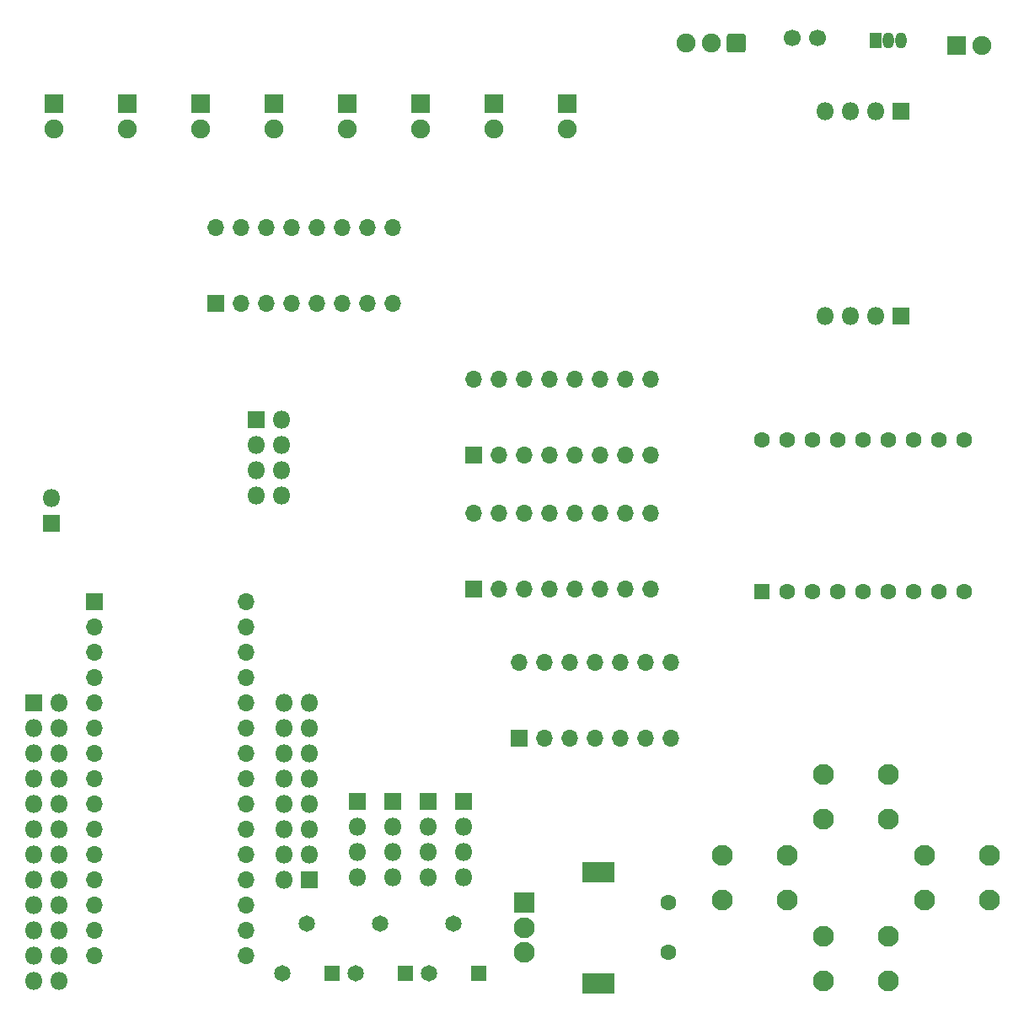
<source format=gbr>
G04 #@! TF.GenerationSoftware,KiCad,Pcbnew,(5.1.6)-1*
G04 #@! TF.CreationDate,2020-08-14T22:04:35-07:00*
G04 #@! TF.ProjectId,NanoDemo,4e616e6f-4465-46d6-9f2e-6b696361645f,rev?*
G04 #@! TF.SameCoordinates,Original*
G04 #@! TF.FileFunction,Soldermask,Bot*
G04 #@! TF.FilePolarity,Negative*
%FSLAX46Y46*%
G04 Gerber Fmt 4.6, Leading zero omitted, Abs format (unit mm)*
G04 Created by KiCad (PCBNEW (5.1.6)-1) date 2020-08-14 22:04:35*
%MOMM*%
%LPD*%
G01*
G04 APERTURE LIST*
%ADD10O,1.800000X1.800000*%
%ADD11R,1.800000X1.800000*%
%ADD12C,1.900000*%
%ADD13O,1.700000X1.700000*%
%ADD14R,1.700000X1.700000*%
%ADD15R,1.150000X1.600000*%
%ADD16O,1.150000X1.600000*%
%ADD17C,2.100000*%
%ADD18C,1.650000*%
%ADD19R,1.650000X1.650000*%
%ADD20R,2.100000X2.100000*%
%ADD21R,3.300000X2.100000*%
%ADD22C,1.600000*%
%ADD23C,1.700000*%
%ADD24R,1.600000X1.600000*%
%ADD25R,1.900000X1.900000*%
G04 APERTURE END LIST*
D10*
G04 #@! TO.C,J9*
X43180000Y-65786000D03*
X40640000Y-65786000D03*
X43180000Y-63246000D03*
X40640000Y-63246000D03*
X43180000Y-60706000D03*
X40640000Y-60706000D03*
X43180000Y-58166000D03*
D11*
X40640000Y-58166000D03*
G04 #@! TD*
D10*
G04 #@! TO.C,J8 - OLED*
X97790000Y-27178000D03*
X100330000Y-27178000D03*
X102870000Y-27178000D03*
D11*
X105410000Y-27178000D03*
G04 #@! TD*
D10*
G04 #@! TO.C,Mech. Support*
X97790000Y-47752000D03*
X100330000Y-47752000D03*
X102870000Y-47752000D03*
D11*
X105410000Y-47752000D03*
G04 #@! TD*
D10*
G04 #@! TO.C,J7*
X20066000Y-66040000D03*
D11*
X20066000Y-68580000D03*
G04 #@! TD*
D12*
G04 #@! TO.C,U8*
X83820000Y-20320000D03*
X86360000Y-20320000D03*
G36*
G01*
X89850000Y-19634100D02*
X89850000Y-21005900D01*
G75*
G02*
X89585900Y-21270000I-264100J0D01*
G01*
X88214100Y-21270000D01*
G75*
G02*
X87950000Y-21005900I0J264100D01*
G01*
X87950000Y-19634100D01*
G75*
G02*
X88214100Y-19370000I264100J0D01*
G01*
X89585900Y-19370000D01*
G75*
G02*
X89850000Y-19634100I0J-264100D01*
G01*
G37*
G04 #@! TD*
D13*
G04 #@! TO.C,U4*
X62484000Y-54102000D03*
X80264000Y-61722000D03*
X65024000Y-54102000D03*
X77724000Y-61722000D03*
X67564000Y-54102000D03*
X75184000Y-61722000D03*
X70104000Y-54102000D03*
X72644000Y-61722000D03*
X72644000Y-54102000D03*
X70104000Y-61722000D03*
X75184000Y-54102000D03*
X67564000Y-61722000D03*
X77724000Y-54102000D03*
X65024000Y-61722000D03*
X80264000Y-54102000D03*
D14*
X62484000Y-61722000D03*
G04 #@! TD*
D13*
G04 #@! TO.C,U3*
X62484000Y-67564000D03*
X80264000Y-75184000D03*
X65024000Y-67564000D03*
X77724000Y-75184000D03*
X67564000Y-67564000D03*
X75184000Y-75184000D03*
X70104000Y-67564000D03*
X72644000Y-75184000D03*
X72644000Y-67564000D03*
X70104000Y-75184000D03*
X75184000Y-67564000D03*
X67564000Y-75184000D03*
X77724000Y-67564000D03*
X65024000Y-75184000D03*
X80264000Y-67564000D03*
D14*
X62484000Y-75184000D03*
G04 #@! TD*
D13*
G04 #@! TO.C,U2*
X36576000Y-38862000D03*
X54356000Y-46482000D03*
X39116000Y-38862000D03*
X51816000Y-46482000D03*
X41656000Y-38862000D03*
X49276000Y-46482000D03*
X44196000Y-38862000D03*
X46736000Y-46482000D03*
X46736000Y-38862000D03*
X44196000Y-46482000D03*
X49276000Y-38862000D03*
X41656000Y-46482000D03*
X51816000Y-38862000D03*
X39116000Y-46482000D03*
X54356000Y-38862000D03*
D14*
X36576000Y-46482000D03*
G04 #@! TD*
D15*
G04 #@! TO.C,U6*
X102870000Y-20066000D03*
D16*
X105410000Y-20066000D03*
X104140000Y-20066000D03*
G04 #@! TD*
D13*
G04 #@! TO.C,U5*
X67056000Y-82550000D03*
X82296000Y-90170000D03*
X69596000Y-82550000D03*
X79756000Y-90170000D03*
X72136000Y-82550000D03*
X77216000Y-90170000D03*
X74676000Y-82550000D03*
X74676000Y-90170000D03*
X77216000Y-82550000D03*
X72136000Y-90170000D03*
X79756000Y-82550000D03*
X69596000Y-90170000D03*
X82296000Y-82550000D03*
D14*
X67056000Y-90170000D03*
G04 #@! TD*
D17*
G04 #@! TO.C,SW4*
X97640000Y-114554000D03*
X97640000Y-110054000D03*
X104140000Y-114554000D03*
X104140000Y-110054000D03*
G04 #@! TD*
G04 #@! TO.C,SW3*
X97640000Y-98298000D03*
X97640000Y-93798000D03*
X104140000Y-98298000D03*
X104140000Y-93798000D03*
G04 #@! TD*
G04 #@! TO.C,SW2*
X107800000Y-106426000D03*
X107800000Y-101926000D03*
X114300000Y-106426000D03*
X114300000Y-101926000D03*
G04 #@! TD*
G04 #@! TO.C,SW1*
X87480000Y-106426000D03*
X87480000Y-101926000D03*
X93980000Y-106426000D03*
X93980000Y-101926000D03*
G04 #@! TD*
D18*
G04 #@! TO.C,RV3*
X60492000Y-108792000D03*
D19*
X62992000Y-113792000D03*
D18*
X57992000Y-113792000D03*
G04 #@! TD*
G04 #@! TO.C,RV2*
X53126000Y-108792000D03*
D19*
X55626000Y-113792000D03*
D18*
X50626000Y-113792000D03*
G04 #@! TD*
G04 #@! TO.C,RV1*
X45760000Y-108792000D03*
D19*
X48260000Y-113792000D03*
D18*
X43260000Y-113792000D03*
G04 #@! TD*
D20*
G04 #@! TO.C,Rot_Enc1*
X67564000Y-106680000D03*
D17*
X67564000Y-109180000D03*
X67564000Y-111680000D03*
D21*
X75064000Y-103580000D03*
X75064000Y-114780000D03*
D22*
X82064000Y-106680000D03*
X82064000Y-111680000D03*
G04 #@! TD*
D23*
G04 #@! TO.C,R47*
X97028000Y-19812000D03*
X94488000Y-19812000D03*
G04 #@! TD*
D10*
G04 #@! TO.C,J2*
X43434000Y-86614000D03*
X45974000Y-86614000D03*
X43434000Y-89154000D03*
X45974000Y-89154000D03*
X43434000Y-91694000D03*
X45974000Y-91694000D03*
X43434000Y-94234000D03*
X45974000Y-94234000D03*
X43434000Y-96774000D03*
X45974000Y-96774000D03*
X43434000Y-99314000D03*
X45974000Y-99314000D03*
X43434000Y-101854000D03*
X45974000Y-101854000D03*
X43434000Y-104394000D03*
D11*
X45974000Y-104394000D03*
G04 #@! TD*
D10*
G04 #@! TO.C,J1*
X20828000Y-114554000D03*
X18288000Y-114554000D03*
X20828000Y-112014000D03*
X18288000Y-112014000D03*
X20828000Y-109474000D03*
X18288000Y-109474000D03*
X20828000Y-106934000D03*
X18288000Y-106934000D03*
X20828000Y-104394000D03*
X18288000Y-104394000D03*
X20828000Y-101854000D03*
X18288000Y-101854000D03*
X20828000Y-99314000D03*
X18288000Y-99314000D03*
X20828000Y-96774000D03*
X18288000Y-96774000D03*
X20828000Y-94234000D03*
X18288000Y-94234000D03*
X20828000Y-91694000D03*
X18288000Y-91694000D03*
X20828000Y-89154000D03*
X18288000Y-89154000D03*
X20828000Y-86614000D03*
D11*
X18288000Y-86614000D03*
G04 #@! TD*
D10*
G04 #@! TO.C,J6*
X61468000Y-104140000D03*
X61468000Y-101600000D03*
X61468000Y-99060000D03*
D11*
X61468000Y-96520000D03*
G04 #@! TD*
D10*
G04 #@! TO.C,J5*
X57912000Y-104140000D03*
X57912000Y-101600000D03*
X57912000Y-99060000D03*
D11*
X57912000Y-96520000D03*
G04 #@! TD*
D10*
G04 #@! TO.C,J4*
X54356000Y-104140000D03*
X54356000Y-101600000D03*
X54356000Y-99060000D03*
D11*
X54356000Y-96520000D03*
G04 #@! TD*
D10*
G04 #@! TO.C,J3*
X50800000Y-104140000D03*
X50800000Y-101600000D03*
X50800000Y-99060000D03*
D11*
X50800000Y-96520000D03*
G04 #@! TD*
D22*
G04 #@! TO.C,DS1*
X91440000Y-60198000D03*
X93980000Y-60198000D03*
X96520000Y-60198000D03*
X99060000Y-60198000D03*
X101600000Y-60198000D03*
X104140000Y-60198000D03*
X106680000Y-60198000D03*
X109220000Y-60198000D03*
X111760000Y-60198000D03*
X111760000Y-75438000D03*
X109220000Y-75438000D03*
X106680000Y-75438000D03*
X104140000Y-75438000D03*
X101600000Y-75438000D03*
X99060000Y-75438000D03*
X96520000Y-75438000D03*
X93980000Y-75438000D03*
D24*
X91440000Y-75438000D03*
G04 #@! TD*
D25*
G04 #@! TO.C,D17*
X110998000Y-20574000D03*
D12*
X113538000Y-20574000D03*
G04 #@! TD*
G04 #@! TO.C,D16*
X71882000Y-28956000D03*
D25*
X71882000Y-26416000D03*
G04 #@! TD*
D12*
G04 #@! TO.C,D15*
X64516000Y-28956000D03*
D25*
X64516000Y-26416000D03*
G04 #@! TD*
D12*
G04 #@! TO.C,D14*
X57150000Y-28956000D03*
D25*
X57150000Y-26416000D03*
G04 #@! TD*
D12*
G04 #@! TO.C,D13*
X49784000Y-28956000D03*
D25*
X49784000Y-26416000D03*
G04 #@! TD*
D12*
G04 #@! TO.C,D12*
X42418000Y-28956000D03*
D25*
X42418000Y-26416000D03*
G04 #@! TD*
D12*
G04 #@! TO.C,D11*
X35052000Y-28956000D03*
D25*
X35052000Y-26416000D03*
G04 #@! TD*
D12*
G04 #@! TO.C,D10*
X27686000Y-28956000D03*
D25*
X27686000Y-26416000D03*
G04 #@! TD*
D12*
G04 #@! TO.C,D9*
X20320000Y-28956000D03*
D25*
X20320000Y-26416000D03*
G04 #@! TD*
D13*
G04 #@! TO.C,A1*
X39624000Y-112014000D03*
X24384000Y-112014000D03*
X39624000Y-76454000D03*
X24384000Y-109474000D03*
X39624000Y-78994000D03*
X24384000Y-106934000D03*
X39624000Y-81534000D03*
X24384000Y-104394000D03*
X39624000Y-84074000D03*
X24384000Y-101854000D03*
X39624000Y-86614000D03*
X24384000Y-99314000D03*
X39624000Y-89154000D03*
X24384000Y-96774000D03*
X39624000Y-91694000D03*
X24384000Y-94234000D03*
X39624000Y-94234000D03*
X24384000Y-91694000D03*
X39624000Y-96774000D03*
X24384000Y-89154000D03*
X39624000Y-99314000D03*
X24384000Y-86614000D03*
X39624000Y-101854000D03*
X24384000Y-84074000D03*
X39624000Y-104394000D03*
X24384000Y-81534000D03*
X39624000Y-106934000D03*
X24384000Y-78994000D03*
X39624000Y-109474000D03*
D14*
X24384000Y-76454000D03*
G04 #@! TD*
M02*

</source>
